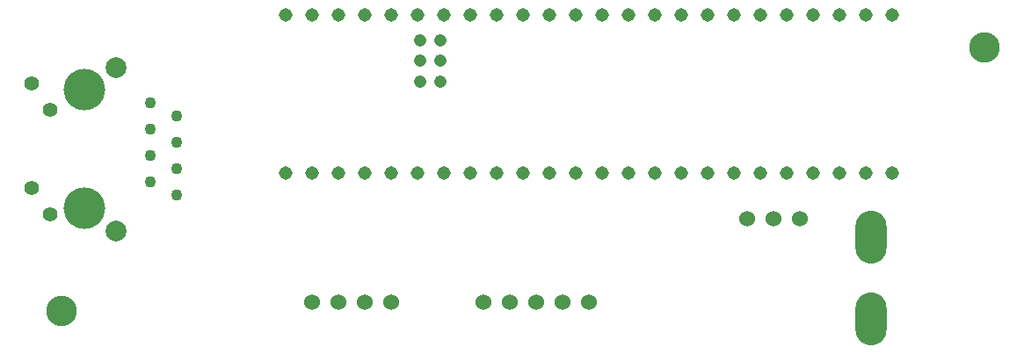
<source format=gbr>
%TF.GenerationSoftware,KiCad,Pcbnew,7.0.7*%
%TF.CreationDate,2023-10-31T17:43:09-05:00*%
%TF.ProjectId,Raman_Spectrometer_Board,52616d61-6e5f-4537-9065-6374726f6d65,rev?*%
%TF.SameCoordinates,Original*%
%TF.FileFunction,Soldermask,Bot*%
%TF.FilePolarity,Negative*%
%FSLAX46Y46*%
G04 Gerber Fmt 4.6, Leading zero omitted, Abs format (unit mm)*
G04 Created by KiCad (PCBNEW 7.0.7) date 2023-10-31 17:43:09*
%MOMM*%
%LPD*%
G01*
G04 APERTURE LIST*
%ADD10O,3.000000X5.100000*%
%ADD11C,1.524000*%
%ADD12C,2.000000*%
%ADD13C,4.000000*%
%ADD14C,1.400000*%
%ADD15C,1.100000*%
%ADD16C,2.946400*%
%ADD17C,1.308000*%
%ADD18C,1.208000*%
G04 APERTURE END LIST*
D10*
%TO.C,Conn1*%
X109284800Y-67691000D03*
X109284800Y-59817000D03*
%TD*%
D11*
%TO.C,Conn2*%
X82042000Y-66040000D03*
X79502000Y-66040000D03*
X76962000Y-66040000D03*
X74422000Y-66040000D03*
X71882000Y-66040000D03*
%TD*%
D12*
%TO.C,J1*%
X36526500Y-59183000D03*
X36526500Y-43433000D03*
D13*
X33476500Y-57023000D03*
X33476500Y-45593000D03*
D14*
X30186500Y-57633000D03*
X28396500Y-55093000D03*
X30186500Y-47523000D03*
X28396500Y-44983000D03*
D15*
X42366500Y-55753000D03*
X39826500Y-54483000D03*
X42366500Y-53213000D03*
X39826500Y-51943000D03*
X42366500Y-50673000D03*
X39826500Y-49403000D03*
X42366500Y-48133000D03*
X39826500Y-46863000D03*
%TD*%
D11*
%TO.C,U2*%
X97282000Y-58039000D03*
X99822000Y-58039000D03*
X102362000Y-58039000D03*
%TD*%
%TO.C,Conn3*%
X62992000Y-66040000D03*
X60452000Y-66040000D03*
X57912000Y-66040000D03*
X55372000Y-66040000D03*
X55372000Y-66040000D03*
%TD*%
D16*
%TO.C,V2*%
X120142000Y-41529000D03*
%TD*%
D17*
%TO.C,U1*%
X55372000Y-53594000D03*
X57912000Y-53594000D03*
X60452000Y-53594000D03*
X62992000Y-53594000D03*
X88392000Y-53594000D03*
X57912000Y-38354000D03*
X65532000Y-53594000D03*
X68072000Y-53594000D03*
X70612000Y-53594000D03*
X73152000Y-53594000D03*
X75692000Y-53594000D03*
X78232000Y-53594000D03*
X80772000Y-53594000D03*
X83312000Y-53594000D03*
X85852000Y-53594000D03*
X85852000Y-38354000D03*
X83312000Y-38354000D03*
X80772000Y-38354000D03*
X78232000Y-38354000D03*
X75692000Y-38354000D03*
X73152000Y-38354000D03*
X70612000Y-38354000D03*
X68072000Y-38354000D03*
X65532000Y-38354000D03*
X62992000Y-38354000D03*
X60452000Y-38354000D03*
X90932000Y-53594000D03*
X93472000Y-53594000D03*
X96012000Y-53594000D03*
X98552000Y-53594000D03*
X101092000Y-53594000D03*
X103632000Y-53594000D03*
X106172000Y-53594000D03*
X108712000Y-53594000D03*
X111252000Y-53594000D03*
X111252000Y-38354000D03*
X108712000Y-38354000D03*
X106172000Y-38354000D03*
X103632000Y-38354000D03*
X101092000Y-38354000D03*
X98552000Y-38354000D03*
X96012000Y-38354000D03*
X93472000Y-38354000D03*
X90932000Y-38354000D03*
X52832000Y-53594000D03*
X88392000Y-38354000D03*
X55372000Y-38354000D03*
D18*
X67802000Y-42804000D03*
X65802000Y-42804000D03*
X65802000Y-40804000D03*
X67802000Y-40804000D03*
X67802000Y-44804000D03*
X65802000Y-44804000D03*
D17*
X52832000Y-38354000D03*
%TD*%
D16*
%TO.C,V1*%
X31242000Y-66929000D03*
%TD*%
M02*

</source>
